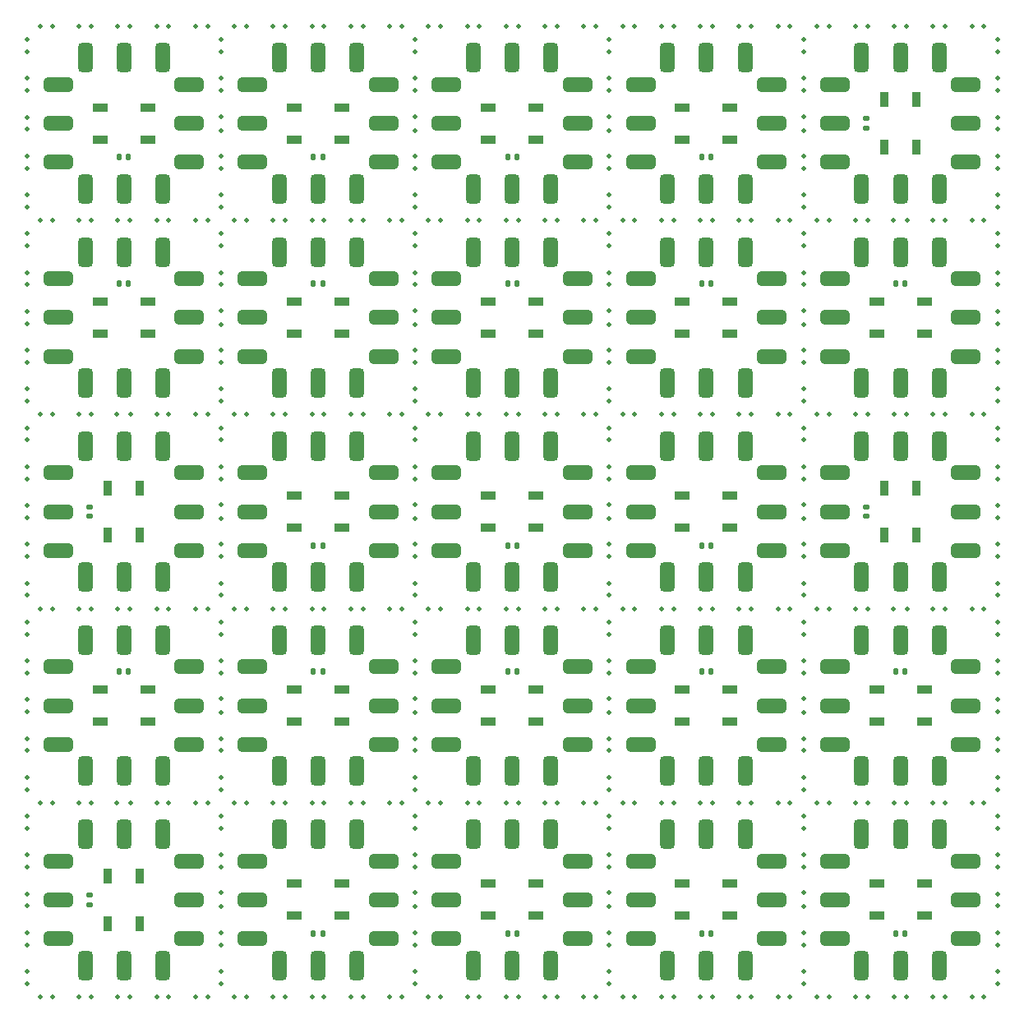
<source format=gbr>
%TF.GenerationSoftware,KiCad,Pcbnew,9.0.7*%
%TF.CreationDate,2026-02-12T20:02:34+01:00*%
%TF.ProjectId,PCB_Neopixel_rigid,5043425f-4e65-46f7-9069-78656c5f7269,rev?*%
%TF.SameCoordinates,Original*%
%TF.FileFunction,Soldermask,Top*%
%TF.FilePolarity,Negative*%
%FSLAX46Y46*%
G04 Gerber Fmt 4.6, Leading zero omitted, Abs format (unit mm)*
G04 Created by KiCad (PCBNEW 9.0.7) date 2026-02-12 20:02:34*
%MOMM*%
%LPD*%
G01*
G04 APERTURE LIST*
G04 Aperture macros list*
%AMRoundRect*
0 Rectangle with rounded corners*
0 $1 Rounding radius*
0 $2 $3 $4 $5 $6 $7 $8 $9 X,Y pos of 4 corners*
0 Add a 4 corners polygon primitive as box body*
4,1,4,$2,$3,$4,$5,$6,$7,$8,$9,$2,$3,0*
0 Add four circle primitives for the rounded corners*
1,1,$1+$1,$2,$3*
1,1,$1+$1,$4,$5*
1,1,$1+$1,$6,$7*
1,1,$1+$1,$8,$9*
0 Add four rect primitives between the rounded corners*
20,1,$1+$1,$2,$3,$4,$5,0*
20,1,$1+$1,$4,$5,$6,$7,0*
20,1,$1+$1,$6,$7,$8,$9,0*
20,1,$1+$1,$8,$9,$2,$3,0*%
G04 Aperture macros list end*
%ADD10RoundRect,0.375000X0.375000X1.125000X-0.375000X1.125000X-0.375000X-1.125000X0.375000X-1.125000X0*%
%ADD11RoundRect,0.140000X0.140000X0.170000X-0.140000X0.170000X-0.140000X-0.170000X0.140000X-0.170000X0*%
%ADD12RoundRect,0.375000X-1.125000X0.375000X-1.125000X-0.375000X1.125000X-0.375000X1.125000X0.375000X0*%
%ADD13RoundRect,0.090000X0.660000X0.360000X-0.660000X0.360000X-0.660000X-0.360000X0.660000X-0.360000X0*%
%ADD14RoundRect,0.375000X1.125000X-0.375000X1.125000X0.375000X-1.125000X0.375000X-1.125000X-0.375000X0*%
%ADD15RoundRect,0.090000X-0.660000X-0.360000X0.660000X-0.360000X0.660000X0.360000X-0.660000X0.360000X0*%
%ADD16RoundRect,0.375000X-0.375000X-1.125000X0.375000X-1.125000X0.375000X1.125000X-0.375000X1.125000X0*%
%ADD17RoundRect,0.140000X-0.140000X-0.170000X0.140000X-0.170000X0.140000X0.170000X-0.140000X0.170000X0*%
%ADD18RoundRect,0.140000X0.170000X-0.140000X0.170000X0.140000X-0.170000X0.140000X-0.170000X-0.140000X0*%
%ADD19RoundRect,0.090000X0.360000X-0.660000X0.360000X0.660000X-0.360000X0.660000X-0.360000X-0.660000X0*%
%ADD20C,0.500000*%
G04 APERTURE END LIST*
D10*
%TO.C,J904*%
X154999998Y-73250000D03*
%TD*%
D11*
%TO.C,C1401*%
X150520000Y-103500000D03*
X151480000Y-103500000D03*
%TD*%
D12*
%TO.C,J1010*%
X137750000Y-80000000D03*
%TD*%
D10*
%TO.C,J503*%
X175000000Y-66749999D03*
%TD*%
D12*
%TO.C,J1701*%
X197749998Y-116000000D03*
%TD*%
D13*
%TO.C,D501*%
X168550000Y-61650000D03*
X168550000Y-58350000D03*
X173450000Y-58350000D03*
X173450000Y-61650000D03*
%TD*%
D14*
%TO.C,J311*%
X137750000Y-60000000D03*
%TD*%
D12*
%TO.C,J1811*%
X164250000Y-120000000D03*
%TD*%
D15*
%TO.C,D901*%
X153450000Y-78350000D03*
X153450000Y-81650000D03*
X148550000Y-81650000D03*
X148550000Y-78350000D03*
%TD*%
D16*
%TO.C,J601*%
X187000000Y-53250001D03*
%TD*%
D17*
%TO.C,C1901*%
X151480000Y-116500000D03*
X150520000Y-116500000D03*
%TD*%
D12*
%TO.C,J1006*%
X124250000Y-76000002D03*
%TD*%
D11*
%TO.C,C401*%
X150520000Y-63500000D03*
X151480000Y-63500000D03*
%TD*%
D16*
%TO.C,J2507*%
X167000000Y-133250001D03*
%TD*%
D17*
%TO.C,C2001*%
X131480000Y-116500000D03*
X130520000Y-116500000D03*
%TD*%
D10*
%TO.C,J804*%
X174999998Y-73250000D03*
%TD*%
%TO.C,J1809*%
X171000000Y-113250000D03*
%TD*%
D14*
%TO.C,J1510*%
X164250000Y-100000000D03*
%TD*%
D12*
%TO.C,J710*%
X197750000Y-80000000D03*
%TD*%
D18*
%TO.C,C1601*%
X187500000Y-99520000D03*
X187500000Y-100480000D03*
%TD*%
D12*
%TO.C,J1002*%
X137749999Y-83999998D03*
%TD*%
%TO.C,J1906*%
X144250000Y-116000002D03*
%TD*%
D17*
%TO.C,C2101*%
X111480000Y-116500000D03*
X110520000Y-116500000D03*
%TD*%
D16*
%TO.C,J1903*%
X147000000Y-113250002D03*
%TD*%
%TO.C,J1509*%
X171000000Y-106750000D03*
%TD*%
D14*
%TO.C,J411*%
X157750000Y-60000000D03*
%TD*%
D12*
%TO.C,J2106*%
X104250000Y-116000002D03*
%TD*%
%TO.C,J2011*%
X124250000Y-120000000D03*
%TD*%
%TO.C,J906*%
X144250000Y-76000002D03*
%TD*%
D11*
%TO.C,C2501*%
X170520000Y-143500000D03*
X171480000Y-143500000D03*
%TD*%
D14*
%TO.C,J1502*%
X164250001Y-96000001D03*
%TD*%
D19*
%TO.C,D601*%
X189350000Y-57550000D03*
X192650000Y-57550000D03*
X192650000Y-62450000D03*
X189350000Y-62450000D03*
%TD*%
D17*
%TO.C,C1801*%
X171480000Y-116500000D03*
X170520000Y-116500000D03*
%TD*%
D12*
%TO.C,J1209*%
X104250000Y-100000000D03*
%TD*%
D16*
%TO.C,J504*%
X167000001Y-66750000D03*
%TD*%
D12*
%TO.C,J2207*%
X117749999Y-136000000D03*
%TD*%
D14*
%TO.C,J2203*%
X104250001Y-144000000D03*
%TD*%
D16*
%TO.C,J611*%
X191000000Y-66750000D03*
%TD*%
D12*
%TO.C,J1005*%
X124250002Y-84000000D03*
%TD*%
D10*
%TO.C,J2007*%
X135000000Y-126749998D03*
%TD*%
D12*
%TO.C,J2005*%
X124250002Y-124000000D03*
%TD*%
%TO.C,J801*%
X177749998Y-76000000D03*
%TD*%
D10*
%TO.C,J1907*%
X155000000Y-126749998D03*
%TD*%
D12*
%TO.C,J1705*%
X184250002Y-124000000D03*
%TD*%
D14*
%TO.C,J1603*%
X184250001Y-104000000D03*
%TD*%
D10*
%TO.C,J912*%
X151000000Y-86750000D03*
%TD*%
D15*
%TO.C,D701*%
X193450000Y-78350000D03*
X193450000Y-81650000D03*
X188550000Y-81650000D03*
X188550000Y-78350000D03*
%TD*%
D12*
%TO.C,J911*%
X144250000Y-80000000D03*
%TD*%
D14*
%TO.C,J1410*%
X144250000Y-100000000D03*
%TD*%
D10*
%TO.C,J1707*%
X195000000Y-126749998D03*
%TD*%
D15*
%TO.C,D1101*%
X113450000Y-78350000D03*
X113450000Y-81650000D03*
X108550000Y-81650000D03*
X108550000Y-78350000D03*
%TD*%
D10*
%TO.C,J1108*%
X107000002Y-86750000D03*
%TD*%
D16*
%TO.C,J308*%
X134999999Y-53250000D03*
%TD*%
%TO.C,J312*%
X131000000Y-53250000D03*
%TD*%
D14*
%TO.C,J1302*%
X124250001Y-96000001D03*
%TD*%
D12*
%TO.C,J1102*%
X117749999Y-83999998D03*
%TD*%
D16*
%TO.C,J1412*%
X151000000Y-93250000D03*
%TD*%
%TO.C,J208*%
X114999999Y-53250000D03*
%TD*%
%TO.C,J605*%
X195000000Y-66749999D03*
%TD*%
D12*
%TO.C,J1706*%
X184250000Y-116000002D03*
%TD*%
D16*
%TO.C,J407*%
X147000000Y-53250001D03*
%TD*%
D14*
%TO.C,J202*%
X104250001Y-56000001D03*
%TD*%
D16*
%TO.C,J606*%
X187000002Y-66750000D03*
%TD*%
D12*
%TO.C,J711*%
X184250000Y-80000000D03*
%TD*%
D14*
%TO.C,J211*%
X117750000Y-60000000D03*
%TD*%
D10*
%TO.C,J909*%
X151000000Y-73250000D03*
%TD*%
D13*
%TO.C,D301*%
X128550000Y-61650000D03*
X128550000Y-58350000D03*
X133450000Y-58350000D03*
X133450000Y-61650000D03*
%TD*%
D16*
%TO.C,J2312*%
X131000000Y-133250000D03*
%TD*%
D12*
%TO.C,J1805*%
X164250002Y-124000000D03*
%TD*%
%TO.C,J910*%
X157750000Y-80000000D03*
%TD*%
D16*
%TO.C,J1611*%
X191000000Y-106750000D03*
%TD*%
%TO.C,J2308*%
X134999999Y-133250000D03*
%TD*%
%TO.C,J1407*%
X147000000Y-93250001D03*
%TD*%
%TO.C,J1512*%
X171000000Y-93250000D03*
%TD*%
%TO.C,J508*%
X174999999Y-53250000D03*
%TD*%
D12*
%TO.C,J701*%
X197749998Y-76000000D03*
%TD*%
D16*
%TO.C,J1404*%
X147000001Y-106750000D03*
%TD*%
D10*
%TO.C,J704*%
X194999998Y-73250000D03*
%TD*%
D13*
%TO.C,D401*%
X148550000Y-61650000D03*
X148550000Y-58350000D03*
X153450000Y-58350000D03*
X153450000Y-61650000D03*
%TD*%
D18*
%TO.C,C1201*%
X107500000Y-99520000D03*
X107500000Y-100480000D03*
%TD*%
D14*
%TO.C,J2502*%
X164250001Y-136000001D03*
%TD*%
D16*
%TO.C,J1201*%
X107000000Y-93250001D03*
%TD*%
%TO.C,J2003*%
X127000000Y-113250002D03*
%TD*%
D14*
%TO.C,J2401*%
X144250001Y-144000000D03*
%TD*%
D10*
%TO.C,J1808*%
X167000002Y-126750000D03*
%TD*%
D16*
%TO.C,J408*%
X154999999Y-53250000D03*
%TD*%
D14*
%TO.C,J2605*%
X197749999Y-136000000D03*
%TD*%
D12*
%TO.C,J2002*%
X137749999Y-123999998D03*
%TD*%
D16*
%TO.C,J903*%
X147000000Y-73250002D03*
%TD*%
D19*
%TO.C,D2201*%
X109350000Y-137550000D03*
X112650000Y-137550000D03*
X112650000Y-142450000D03*
X109350000Y-142450000D03*
%TD*%
D12*
%TO.C,J802*%
X177749999Y-83999998D03*
%TD*%
D18*
%TO.C,C601*%
X187500000Y-59520000D03*
X187500000Y-60480000D03*
%TD*%
D14*
%TO.C,J206*%
X117750000Y-63999999D03*
%TD*%
D16*
%TO.C,J412*%
X151000000Y-53250000D03*
%TD*%
%TO.C,J2608*%
X194999999Y-133250000D03*
%TD*%
%TO.C,J1312*%
X131000000Y-93250000D03*
%TD*%
%TO.C,J304*%
X127000001Y-66750000D03*
%TD*%
%TO.C,J1409*%
X151000000Y-106750000D03*
%TD*%
%TO.C,J2412*%
X151000000Y-133250000D03*
%TD*%
D11*
%TO.C,C2301*%
X130520000Y-143500000D03*
X131480000Y-143500000D03*
%TD*%
D14*
%TO.C,J2310*%
X124250000Y-140000000D03*
%TD*%
D12*
%TO.C,J2111*%
X104250000Y-120000000D03*
%TD*%
D13*
%TO.C,D2601*%
X188550000Y-141650000D03*
X188550000Y-138350000D03*
X193450000Y-138350000D03*
X193450000Y-141650000D03*
%TD*%
D14*
%TO.C,J2302*%
X124250001Y-136000001D03*
%TD*%
%TO.C,J1301*%
X124250001Y-104000000D03*
%TD*%
D18*
%TO.C,C2201*%
X107500000Y-139520000D03*
X107500000Y-140480000D03*
%TD*%
D17*
%TO.C,C801*%
X171480000Y-76500000D03*
X170520000Y-76500000D03*
%TD*%
D14*
%TO.C,J305*%
X137749999Y-56000000D03*
%TD*%
D10*
%TO.C,J1008*%
X127000002Y-86750000D03*
%TD*%
D19*
%TO.C,D1601*%
X189350000Y-97550000D03*
X192650000Y-97550000D03*
X192650000Y-102450000D03*
X189350000Y-102450000D03*
%TD*%
D16*
%TO.C,J1504*%
X167000001Y-106750000D03*
%TD*%
D15*
%TO.C,D1001*%
X133450000Y-78350000D03*
X133450000Y-81650000D03*
X128550000Y-81650000D03*
X128550000Y-78350000D03*
%TD*%
D12*
%TO.C,J2209*%
X104250000Y-140000000D03*
%TD*%
D10*
%TO.C,J1012*%
X131000000Y-86750000D03*
%TD*%
%TO.C,J2109*%
X111000000Y-113250000D03*
%TD*%
D11*
%TO.C,C301*%
X130520000Y-63500000D03*
X131480000Y-63500000D03*
%TD*%
D12*
%TO.C,J1208*%
X117750000Y-103999998D03*
%TD*%
D16*
%TO.C,J2103*%
X107000000Y-113250002D03*
%TD*%
%TO.C,J2508*%
X174999999Y-133250000D03*
%TD*%
%TO.C,J207*%
X107000000Y-53250001D03*
%TD*%
%TO.C,J2211*%
X111000000Y-146750000D03*
%TD*%
D10*
%TO.C,J1112*%
X111000000Y-86750000D03*
%TD*%
%TO.C,J1403*%
X155000000Y-106749999D03*
%TD*%
D13*
%TO.C,D1301*%
X128550000Y-101650000D03*
X128550000Y-98350000D03*
X133450000Y-98350000D03*
X133450000Y-101650000D03*
%TD*%
D14*
%TO.C,J1311*%
X137750000Y-100000000D03*
%TD*%
D10*
%TO.C,J907*%
X155000000Y-86749998D03*
%TD*%
D15*
%TO.C,D2101*%
X113450000Y-118350000D03*
X113450000Y-121650000D03*
X108550000Y-121650000D03*
X108550000Y-118350000D03*
%TD*%
D14*
%TO.C,J2501*%
X164250001Y-144000000D03*
%TD*%
D16*
%TO.C,J409*%
X151000000Y-66750000D03*
%TD*%
%TO.C,J1307*%
X127000000Y-93250001D03*
%TD*%
D14*
%TO.C,J505*%
X177749999Y-56000000D03*
%TD*%
D16*
%TO.C,J512*%
X171000000Y-53250000D03*
%TD*%
%TO.C,J1605*%
X195000000Y-106749999D03*
%TD*%
%TO.C,J1206*%
X107000002Y-106750000D03*
%TD*%
D14*
%TO.C,J1411*%
X157750000Y-100000000D03*
%TD*%
%TO.C,J1401*%
X144250001Y-104000000D03*
%TD*%
D10*
%TO.C,J1812*%
X171000000Y-126750000D03*
%TD*%
D16*
%TO.C,J1507*%
X167000000Y-93250001D03*
%TD*%
D12*
%TO.C,J1111*%
X104250000Y-80000000D03*
%TD*%
D14*
%TO.C,J2410*%
X144250000Y-140000000D03*
%TD*%
D10*
%TO.C,J812*%
X171000000Y-86750000D03*
%TD*%
D12*
%TO.C,J2105*%
X104250002Y-124000000D03*
%TD*%
D16*
%TO.C,J1308*%
X134999999Y-93250000D03*
%TD*%
%TO.C,J803*%
X167000000Y-73250002D03*
%TD*%
D10*
%TO.C,J2008*%
X127000002Y-126750000D03*
%TD*%
D16*
%TO.C,J1210*%
X111000000Y-93250000D03*
%TD*%
D10*
%TO.C,J908*%
X147000002Y-86750000D03*
%TD*%
D14*
%TO.C,J2311*%
X137750000Y-140000000D03*
%TD*%
D16*
%TO.C,J2210*%
X111000000Y-133250000D03*
%TD*%
%TO.C,J212*%
X111000000Y-53250000D03*
%TD*%
D12*
%TO.C,J1101*%
X117749998Y-76000000D03*
%TD*%
%TO.C,J1802*%
X177749999Y-123999998D03*
%TD*%
D16*
%TO.C,J509*%
X171000000Y-66750000D03*
%TD*%
D12*
%TO.C,J604*%
X184250000Y-56000002D03*
%TD*%
D10*
%TO.C,J708*%
X187000002Y-86750000D03*
%TD*%
D12*
%TO.C,J1901*%
X157749998Y-116000000D03*
%TD*%
D16*
%TO.C,J1408*%
X154999999Y-93250000D03*
%TD*%
D12*
%TO.C,J1207*%
X117749999Y-96000000D03*
%TD*%
%TO.C,J1106*%
X104250000Y-76000002D03*
%TD*%
D10*
%TO.C,J1704*%
X194999998Y-113250000D03*
%TD*%
D19*
%TO.C,D1201*%
X109350000Y-97550000D03*
X112650000Y-97550000D03*
X112650000Y-102450000D03*
X109350000Y-102450000D03*
%TD*%
D14*
%TO.C,J510*%
X164250000Y-60000000D03*
%TD*%
D15*
%TO.C,D1701*%
X193450000Y-118350000D03*
X193450000Y-121650000D03*
X188550000Y-121650000D03*
X188550000Y-118350000D03*
%TD*%
D16*
%TO.C,J2612*%
X191000000Y-133250000D03*
%TD*%
D12*
%TO.C,J1212*%
X117750000Y-100000000D03*
%TD*%
D16*
%TO.C,J2206*%
X107000002Y-146750000D03*
%TD*%
D12*
%TO.C,J1710*%
X197750000Y-120000000D03*
%TD*%
D10*
%TO.C,J2012*%
X131000000Y-126750000D03*
%TD*%
D16*
%TO.C,J307*%
X127000000Y-53250001D03*
%TD*%
D12*
%TO.C,J2208*%
X117750000Y-143999998D03*
%TD*%
D14*
%TO.C,J2405*%
X157749999Y-136000000D03*
%TD*%
D10*
%TO.C,J1708*%
X187000002Y-126750000D03*
%TD*%
D16*
%TO.C,J2201*%
X107000000Y-133250001D03*
%TD*%
D12*
%TO.C,J2101*%
X117749998Y-116000000D03*
%TD*%
D10*
%TO.C,J1912*%
X151000000Y-126750000D03*
%TD*%
D12*
%TO.C,J806*%
X164250000Y-76000002D03*
%TD*%
D16*
%TO.C,J2409*%
X151000000Y-146750000D03*
%TD*%
D14*
%TO.C,J406*%
X157750000Y-63999999D03*
%TD*%
D12*
%TO.C,J705*%
X184250002Y-84000000D03*
%TD*%
D16*
%TO.C,J1606*%
X187000002Y-106750000D03*
%TD*%
D14*
%TO.C,J1405*%
X157749999Y-96000000D03*
%TD*%
D12*
%TO.C,J1011*%
X124250000Y-80000000D03*
%TD*%
D11*
%TO.C,C201*%
X110520000Y-63500000D03*
X111480000Y-63500000D03*
%TD*%
D16*
%TO.C,J2304*%
X127000001Y-146750000D03*
%TD*%
D10*
%TO.C,J808*%
X167000002Y-86750000D03*
%TD*%
D12*
%TO.C,J1911*%
X144250000Y-120000000D03*
%TD*%
D14*
%TO.C,J2606*%
X197750000Y-143999999D03*
%TD*%
D17*
%TO.C,C1701*%
X191480000Y-116500000D03*
X190520000Y-116500000D03*
%TD*%
D14*
%TO.C,J1310*%
X124250000Y-100000000D03*
%TD*%
D16*
%TO.C,J2512*%
X171000000Y-133250000D03*
%TD*%
%TO.C,J2609*%
X191000000Y-146750000D03*
%TD*%
D14*
%TO.C,J501*%
X164250001Y-64000000D03*
%TD*%
D16*
%TO.C,J2607*%
X187000000Y-133250001D03*
%TD*%
D10*
%TO.C,J2107*%
X115000000Y-126749998D03*
%TD*%
D11*
%TO.C,C2401*%
X150520000Y-143500000D03*
X151480000Y-143500000D03*
%TD*%
D14*
%TO.C,J603*%
X184250001Y-64000000D03*
%TD*%
D10*
%TO.C,J2004*%
X134999998Y-113250000D03*
%TD*%
%TO.C,J1009*%
X131000000Y-73250000D03*
%TD*%
D11*
%TO.C,C501*%
X170520000Y-63500000D03*
X171480000Y-63500000D03*
%TD*%
D14*
%TO.C,J2306*%
X137750000Y-143999999D03*
%TD*%
D12*
%TO.C,J2204*%
X104250000Y-136000002D03*
%TD*%
D14*
%TO.C,J302*%
X124250001Y-56000001D03*
%TD*%
D10*
%TO.C,J2403*%
X155000000Y-146749999D03*
%TD*%
%TO.C,J709*%
X191000000Y-73250000D03*
%TD*%
D14*
%TO.C,J2611*%
X197750000Y-140000000D03*
%TD*%
D12*
%TO.C,J905*%
X144250002Y-84000000D03*
%TD*%
%TO.C,J901*%
X157749998Y-76000000D03*
%TD*%
D11*
%TO.C,C1501*%
X170520000Y-103500000D03*
X171480000Y-103500000D03*
%TD*%
D14*
%TO.C,J1305*%
X137749999Y-96000000D03*
%TD*%
D16*
%TO.C,J2504*%
X167000001Y-146750000D03*
%TD*%
D12*
%TO.C,J706*%
X184250000Y-76000002D03*
%TD*%
D13*
%TO.C,D1501*%
X168550000Y-101650000D03*
X168550000Y-98350000D03*
X173450000Y-98350000D03*
X173450000Y-101650000D03*
%TD*%
D10*
%TO.C,J2303*%
X135000000Y-146749999D03*
%TD*%
D14*
%TO.C,J1306*%
X137750000Y-103999999D03*
%TD*%
D12*
%TO.C,J702*%
X197749999Y-83999998D03*
%TD*%
D14*
%TO.C,J210*%
X104250000Y-60000000D03*
%TD*%
D15*
%TO.C,D801*%
X173450000Y-78350000D03*
X173450000Y-81650000D03*
X168550000Y-81650000D03*
X168550000Y-78350000D03*
%TD*%
D10*
%TO.C,J2503*%
X175000000Y-146749999D03*
%TD*%
D16*
%TO.C,J507*%
X167000000Y-53250001D03*
%TD*%
%TO.C,J2404*%
X147000001Y-146750000D03*
%TD*%
D12*
%TO.C,J1810*%
X177750000Y-120000000D03*
%TD*%
D16*
%TO.C,J2202*%
X114999998Y-133250001D03*
%TD*%
%TO.C,J703*%
X187000000Y-73250002D03*
%TD*%
D10*
%TO.C,J2603*%
X195000000Y-146749999D03*
%TD*%
D16*
%TO.C,J2407*%
X147000000Y-133250001D03*
%TD*%
D10*
%TO.C,J1503*%
X175000000Y-106749999D03*
%TD*%
%TO.C,J807*%
X175000000Y-86749998D03*
%TD*%
D12*
%TO.C,J2212*%
X117750000Y-140000000D03*
%TD*%
D10*
%TO.C,J1107*%
X115000000Y-86749998D03*
%TD*%
D12*
%TO.C,J607*%
X197749999Y-56000000D03*
%TD*%
D14*
%TO.C,J301*%
X124250001Y-64000000D03*
%TD*%
D17*
%TO.C,C701*%
X191480000Y-76500000D03*
X190520000Y-76500000D03*
%TD*%
D10*
%TO.C,J809*%
X171000000Y-73250000D03*
%TD*%
D16*
%TO.C,J2307*%
X127000000Y-133250001D03*
%TD*%
D12*
%TO.C,J1001*%
X137749998Y-76000000D03*
%TD*%
D16*
%TO.C,J204*%
X107000001Y-66750000D03*
%TD*%
D10*
%TO.C,J707*%
X195000000Y-86749998D03*
%TD*%
%TO.C,J1908*%
X147000002Y-126750000D03*
%TD*%
D12*
%TO.C,J1612*%
X197750000Y-100000000D03*
%TD*%
D16*
%TO.C,J1803*%
X167000000Y-113250002D03*
%TD*%
D14*
%TO.C,J1501*%
X164250001Y-104000000D03*
%TD*%
%TO.C,J1402*%
X144250001Y-96000001D03*
%TD*%
D10*
%TO.C,J1004*%
X134999998Y-73250000D03*
%TD*%
D14*
%TO.C,J2406*%
X157750000Y-143999999D03*
%TD*%
D10*
%TO.C,J303*%
X135000000Y-66749999D03*
%TD*%
D16*
%TO.C,J1003*%
X127000000Y-73250002D03*
%TD*%
D14*
%TO.C,J2301*%
X124250001Y-144000000D03*
%TD*%
D12*
%TO.C,J2110*%
X117750000Y-120000000D03*
%TD*%
D17*
%TO.C,C1101*%
X111480000Y-76500000D03*
X110520000Y-76500000D03*
%TD*%
D11*
%TO.C,C1301*%
X130520000Y-103500000D03*
X131480000Y-103500000D03*
%TD*%
D10*
%TO.C,J1804*%
X174999998Y-113250000D03*
%TD*%
D14*
%TO.C,J405*%
X157749999Y-56000000D03*
%TD*%
D16*
%TO.C,J2509*%
X171000000Y-146750000D03*
%TD*%
D10*
%TO.C,J403*%
X155000000Y-66749999D03*
%TD*%
D14*
%TO.C,J2402*%
X144250001Y-136000001D03*
%TD*%
D10*
%TO.C,J2112*%
X111000000Y-126750000D03*
%TD*%
%TO.C,J1712*%
X191000000Y-126750000D03*
%TD*%
D14*
%TO.C,J2305*%
X137749999Y-136000000D03*
%TD*%
D12*
%TO.C,J2102*%
X117749999Y-123999998D03*
%TD*%
D17*
%TO.C,C901*%
X151480000Y-76500000D03*
X150520000Y-76500000D03*
%TD*%
D12*
%TO.C,J1204*%
X104250000Y-96000002D03*
%TD*%
%TO.C,J1604*%
X184250000Y-96000002D03*
%TD*%
D14*
%TO.C,J1506*%
X177750000Y-103999999D03*
%TD*%
D15*
%TO.C,D1801*%
X173450000Y-118350000D03*
X173450000Y-121650000D03*
X168550000Y-121650000D03*
X168550000Y-118350000D03*
%TD*%
D12*
%TO.C,J2006*%
X124250000Y-116000002D03*
%TD*%
D14*
%TO.C,J2511*%
X177750000Y-140000000D03*
%TD*%
D10*
%TO.C,J2108*%
X107000002Y-126750000D03*
%TD*%
D12*
%TO.C,J1607*%
X197749999Y-96000000D03*
%TD*%
%TO.C,J1608*%
X197750000Y-103999998D03*
%TD*%
D10*
%TO.C,J1904*%
X154999998Y-113250000D03*
%TD*%
D14*
%TO.C,J205*%
X117749999Y-56000000D03*
%TD*%
D12*
%TO.C,J1910*%
X157750000Y-120000000D03*
%TD*%
D10*
%TO.C,J1104*%
X114999998Y-73250000D03*
%TD*%
D16*
%TO.C,J1103*%
X107000000Y-73250002D03*
%TD*%
D12*
%TO.C,J1902*%
X157749999Y-123999998D03*
%TD*%
D14*
%TO.C,J2602*%
X184250001Y-136000001D03*
%TD*%
%TO.C,J401*%
X144250001Y-64000000D03*
%TD*%
D10*
%TO.C,J1909*%
X151000000Y-113250000D03*
%TD*%
D14*
%TO.C,J2505*%
X177749999Y-136000000D03*
%TD*%
%TO.C,J201*%
X104250001Y-64000000D03*
%TD*%
D10*
%TO.C,J2009*%
X131000000Y-113250000D03*
%TD*%
D12*
%TO.C,J1905*%
X144250002Y-124000000D03*
%TD*%
D14*
%TO.C,J506*%
X177750000Y-63999999D03*
%TD*%
D16*
%TO.C,J610*%
X191000000Y-53250000D03*
%TD*%
D13*
%TO.C,D201*%
X108550000Y-61650000D03*
X108550000Y-58350000D03*
X113450000Y-58350000D03*
X113450000Y-61650000D03*
%TD*%
%TO.C,D2301*%
X128550000Y-141650000D03*
X128550000Y-138350000D03*
X133450000Y-138350000D03*
X133450000Y-141650000D03*
%TD*%
D14*
%TO.C,J402*%
X144250001Y-56000001D03*
%TD*%
D12*
%TO.C,J609*%
X184250000Y-60000000D03*
%TD*%
D16*
%TO.C,J1508*%
X174999999Y-93250000D03*
%TD*%
%TO.C,J309*%
X131000000Y-66750000D03*
%TD*%
%TO.C,J1610*%
X191000000Y-93250000D03*
%TD*%
%TO.C,J1602*%
X194999998Y-93250001D03*
%TD*%
D14*
%TO.C,J1203*%
X104250001Y-104000000D03*
%TD*%
D12*
%TO.C,J1806*%
X164250000Y-116000002D03*
%TD*%
D14*
%TO.C,J2506*%
X177750000Y-143999999D03*
%TD*%
%TO.C,J511*%
X177750000Y-60000000D03*
%TD*%
D16*
%TO.C,J404*%
X147000001Y-66750000D03*
%TD*%
D17*
%TO.C,C1001*%
X131480000Y-76500000D03*
X130520000Y-76500000D03*
%TD*%
D14*
%TO.C,J310*%
X124250000Y-60000000D03*
%TD*%
D12*
%TO.C,J811*%
X164250000Y-80000000D03*
%TD*%
%TO.C,J1110*%
X117750000Y-80000000D03*
%TD*%
%TO.C,J805*%
X164250002Y-84000000D03*
%TD*%
%TO.C,J608*%
X197750000Y-63999998D03*
%TD*%
D10*
%TO.C,J712*%
X191000000Y-86750000D03*
%TD*%
D16*
%TO.C,J1202*%
X114999998Y-93250001D03*
%TD*%
%TO.C,J1703*%
X187000000Y-113250002D03*
%TD*%
D12*
%TO.C,J1702*%
X197749999Y-123999998D03*
%TD*%
D14*
%TO.C,J410*%
X144250000Y-60000000D03*
%TD*%
D12*
%TO.C,J902*%
X157749999Y-83999998D03*
%TD*%
%TO.C,J1711*%
X184250000Y-120000000D03*
%TD*%
D14*
%TO.C,J2411*%
X157750000Y-140000000D03*
%TD*%
D16*
%TO.C,J2604*%
X187000001Y-146750000D03*
%TD*%
D14*
%TO.C,J2601*%
X184250001Y-144000000D03*
%TD*%
D12*
%TO.C,J1801*%
X177749998Y-116000000D03*
%TD*%
D16*
%TO.C,J1304*%
X127000001Y-106750000D03*
%TD*%
D14*
%TO.C,J1511*%
X177750000Y-100000000D03*
%TD*%
D12*
%TO.C,J2001*%
X137749998Y-116000000D03*
%TD*%
D14*
%TO.C,J306*%
X137750000Y-63999999D03*
%TD*%
D16*
%TO.C,J602*%
X194999998Y-53250001D03*
%TD*%
D10*
%TO.C,J2104*%
X114999998Y-113250000D03*
%TD*%
D14*
%TO.C,J502*%
X164250001Y-56000001D03*
%TD*%
D10*
%TO.C,J1109*%
X111000000Y-73250000D03*
%TD*%
D16*
%TO.C,J209*%
X111000000Y-66750000D03*
%TD*%
D10*
%TO.C,J1709*%
X191000000Y-113250000D03*
%TD*%
D13*
%TO.C,D1401*%
X148550000Y-101650000D03*
X148550000Y-98350000D03*
X153450000Y-98350000D03*
X153450000Y-101650000D03*
%TD*%
D11*
%TO.C,C2601*%
X190520000Y-143500000D03*
X191480000Y-143500000D03*
%TD*%
D14*
%TO.C,J2510*%
X164250000Y-140000000D03*
%TD*%
D12*
%TO.C,J2010*%
X137750000Y-120000000D03*
%TD*%
D16*
%TO.C,J1205*%
X115000000Y-106749999D03*
%TD*%
D14*
%TO.C,J1406*%
X157750000Y-103999999D03*
%TD*%
D10*
%TO.C,J1303*%
X135000000Y-106749999D03*
%TD*%
D16*
%TO.C,J1309*%
X131000000Y-106750000D03*
%TD*%
%TO.C,J1601*%
X187000000Y-93250001D03*
%TD*%
D12*
%TO.C,J810*%
X177750000Y-80000000D03*
%TD*%
D14*
%TO.C,J1505*%
X177749999Y-96000000D03*
%TD*%
D16*
%TO.C,J2205*%
X115000000Y-146749999D03*
%TD*%
%TO.C,J2408*%
X154999999Y-133250000D03*
%TD*%
D10*
%TO.C,J1007*%
X135000000Y-86749998D03*
%TD*%
D15*
%TO.C,D2001*%
X133450000Y-118350000D03*
X133450000Y-121650000D03*
X128550000Y-121650000D03*
X128550000Y-118350000D03*
%TD*%
D10*
%TO.C,J1807*%
X175000000Y-126749998D03*
%TD*%
D13*
%TO.C,D2501*%
X168550000Y-141650000D03*
X168550000Y-138350000D03*
X173450000Y-138350000D03*
X173450000Y-141650000D03*
%TD*%
D12*
%TO.C,J612*%
X197750000Y-60000000D03*
%TD*%
D13*
%TO.C,D2401*%
X148550000Y-141650000D03*
X148550000Y-138350000D03*
X153450000Y-138350000D03*
X153450000Y-141650000D03*
%TD*%
D16*
%TO.C,J1211*%
X111000000Y-106750000D03*
%TD*%
D10*
%TO.C,J203*%
X115000000Y-66749999D03*
%TD*%
D14*
%TO.C,J2610*%
X184250000Y-140000000D03*
%TD*%
D12*
%TO.C,J1609*%
X184250000Y-100000000D03*
%TD*%
%TO.C,J1105*%
X104250002Y-84000000D03*
%TD*%
D15*
%TO.C,D1901*%
X153450000Y-118350000D03*
X153450000Y-121650000D03*
X148550000Y-121650000D03*
X148550000Y-118350000D03*
%TD*%
D16*
%TO.C,J2309*%
X131000000Y-146750000D03*
%TD*%
D20*
%TO.C,REF\u002A\u002A*%
X121000000Y-60720000D03*
%TD*%
%TO.C,REF\u002A\u002A*%
X121000000Y-59280000D03*
%TD*%
%TO.C,REF\u002A\u002A1*%
X141000000Y-60720000D03*
%TD*%
%TO.C,REF\u002A\u002A2*%
X141000000Y-59280000D03*
%TD*%
%TO.C,REF\u002A\u002A3*%
X161000000Y-60720000D03*
%TD*%
%TO.C,REF\u002A\u002A4*%
X161000000Y-59280000D03*
%TD*%
%TO.C,REF\u002A\u002A5*%
X181000000Y-60720000D03*
%TD*%
%TO.C,REF\u002A\u002A6*%
X181000000Y-59280000D03*
%TD*%
%TO.C,REF\u002A\u002A9*%
X121000000Y-80720000D03*
%TD*%
%TO.C,REF\u002A\u002A10*%
X121000000Y-79280000D03*
%TD*%
%TO.C,REF\u002A\u002A11*%
X141000000Y-80720000D03*
%TD*%
%TO.C,REF\u002A\u002A12*%
X141000000Y-79280000D03*
%TD*%
%TO.C,REF\u002A\u002A13*%
X161000000Y-80720000D03*
%TD*%
%TO.C,REF\u002A\u002A14*%
X161000000Y-79280000D03*
%TD*%
%TO.C,REF\u002A\u002A15*%
X181000000Y-80720000D03*
%TD*%
%TO.C,REF\u002A\u002A16*%
X181000000Y-79280000D03*
%TD*%
%TO.C,REF\u002A\u002A19*%
X121000000Y-100720000D03*
%TD*%
%TO.C,REF\u002A\u002A20*%
X121000000Y-99280000D03*
%TD*%
%TO.C,REF\u002A\u002A21*%
X141000000Y-100720000D03*
%TD*%
%TO.C,REF\u002A\u002A22*%
X141000000Y-99280000D03*
%TD*%
%TO.C,REF\u002A\u002A23*%
X161000000Y-100720000D03*
%TD*%
%TO.C,REF\u002A\u002A24*%
X161000000Y-99280000D03*
%TD*%
%TO.C,REF\u002A\u002A25*%
X181000000Y-100720000D03*
%TD*%
%TO.C,REF\u002A\u002A26*%
X181000000Y-99280000D03*
%TD*%
%TO.C,REF\u002A\u002A29*%
X121000000Y-120720000D03*
%TD*%
%TO.C,REF\u002A\u002A30*%
X121000000Y-119280000D03*
%TD*%
%TO.C,REF\u002A\u002A31*%
X141000000Y-120720000D03*
%TD*%
%TO.C,REF\u002A\u002A32*%
X141000000Y-119280000D03*
%TD*%
%TO.C,REF\u002A\u002A33*%
X161000000Y-120720000D03*
%TD*%
%TO.C,REF\u002A\u002A34*%
X161000000Y-119280000D03*
%TD*%
%TO.C,REF\u002A\u002A35*%
X181000000Y-120720000D03*
%TD*%
%TO.C,REF\u002A\u002A36*%
X181000000Y-119280000D03*
%TD*%
%TO.C,REF\u002A\u002A39*%
X121000000Y-140720000D03*
%TD*%
%TO.C,REF\u002A\u002A40*%
X121000000Y-139280000D03*
%TD*%
%TO.C,REF\u002A\u002A41*%
X141000000Y-140720000D03*
%TD*%
%TO.C,REF\u002A\u002A42*%
X141000000Y-139280000D03*
%TD*%
%TO.C,REF\u002A\u002A43*%
X161000000Y-140720000D03*
%TD*%
%TO.C,REF\u002A\u002A44*%
X161000000Y-139280000D03*
%TD*%
%TO.C,REF\u002A\u002A45*%
X181000000Y-140720000D03*
%TD*%
%TO.C,REF\u002A\u002A46*%
X181000000Y-139280000D03*
%TD*%
%TO.C,REF\u002A\u002A*%
X158375000Y-110000000D03*
%TD*%
%TO.C,REF\u002A\u002A*%
X159625000Y-110000000D03*
%TD*%
%TO.C,REF\u002A\u002A*%
X154375000Y-110000000D03*
%TD*%
%TO.C,REF\u002A\u002A*%
X155625000Y-110000000D03*
%TD*%
%TO.C,REF\u002A\u002A*%
X150375000Y-110000000D03*
%TD*%
%TO.C,REF\u002A\u002A*%
X151625000Y-110000000D03*
%TD*%
%TO.C,REF\u002A\u002A*%
X143625000Y-110000000D03*
%TD*%
%TO.C,REF\u002A\u002A*%
X142375000Y-110000000D03*
%TD*%
%TO.C,REF\u002A\u002A*%
X139625000Y-110000000D03*
%TD*%
%TO.C,REF\u002A\u002A*%
X138375000Y-110000000D03*
%TD*%
%TO.C,REF\u002A\u002A*%
X146375000Y-110000000D03*
%TD*%
%TO.C,REF\u002A\u002A*%
X147625000Y-110000000D03*
%TD*%
%TO.C,REF\u002A\u002A*%
X119625000Y-110000000D03*
%TD*%
%TO.C,REF\u002A\u002A*%
X118375000Y-110000000D03*
%TD*%
%TO.C,REF\u002A\u002A*%
X115625000Y-110000000D03*
%TD*%
%TO.C,REF\u002A\u002A*%
X114375000Y-110000000D03*
%TD*%
%TO.C,REF\u002A\u002A*%
X131625000Y-110000000D03*
%TD*%
%TO.C,REF\u002A\u002A*%
X130375000Y-110000000D03*
%TD*%
%TO.C,REF\u002A\u002A*%
X127625000Y-110000000D03*
%TD*%
%TO.C,REF\u002A\u002A*%
X126375000Y-110000000D03*
%TD*%
%TO.C,REF\u002A\u002A*%
X123625000Y-110000000D03*
%TD*%
%TO.C,REF\u002A\u002A*%
X122375000Y-110000000D03*
%TD*%
%TO.C,REF\u002A\u002A*%
X134375000Y-110000000D03*
%TD*%
%TO.C,REF\u002A\u002A*%
X135625000Y-110000000D03*
%TD*%
%TO.C,REF\u002A\u002A*%
X106375000Y-110000000D03*
%TD*%
%TO.C,REF\u002A\u002A*%
X107625000Y-110000000D03*
%TD*%
%TO.C,REF\u002A\u002A*%
X103625000Y-110000000D03*
%TD*%
%TO.C,REF\u002A\u002A*%
X102375000Y-110000000D03*
%TD*%
%TO.C,REF\u002A\u002A*%
X111625000Y-110000000D03*
%TD*%
%TO.C,REF\u002A\u002A*%
X110375000Y-110000000D03*
%TD*%
%TO.C,REF\u002A\u002A*%
X163625000Y-110000000D03*
%TD*%
%TO.C,REF\u002A\u002A*%
X162375000Y-110000000D03*
%TD*%
%TO.C,REF\u002A\u002A*%
X175625000Y-110000000D03*
%TD*%
%TO.C,REF\u002A\u002A*%
X174375000Y-110000000D03*
%TD*%
%TO.C,REF\u002A\u002A*%
X171625000Y-110000000D03*
%TD*%
%TO.C,REF\u002A\u002A*%
X170375000Y-110000000D03*
%TD*%
%TO.C,REF\u002A\u002A*%
X167625000Y-110000000D03*
%TD*%
%TO.C,REF\u002A\u002A*%
X166375000Y-110000000D03*
%TD*%
%TO.C,REF\u002A\u002A*%
X178375000Y-110000000D03*
%TD*%
%TO.C,REF\u002A\u002A*%
X179625000Y-110000000D03*
%TD*%
%TO.C,REF\u002A\u002A*%
X183625000Y-110000000D03*
%TD*%
%TO.C,REF\u002A\u002A*%
X182375000Y-110000000D03*
%TD*%
%TO.C,REF\u002A\u002A*%
X195625000Y-110000000D03*
%TD*%
%TO.C,REF\u002A\u002A*%
X194375000Y-110000000D03*
%TD*%
%TO.C,REF\u002A\u002A*%
X187625000Y-110000000D03*
%TD*%
%TO.C,REF\u002A\u002A*%
X186375000Y-110000000D03*
%TD*%
%TO.C,REF\u002A\u002A*%
X198375000Y-110000000D03*
%TD*%
%TO.C,REF\u002A\u002A*%
X199625000Y-110000000D03*
%TD*%
%TO.C,REF\u002A\u002A*%
X183625000Y-130000000D03*
%TD*%
%TO.C,REF\u002A\u002A*%
X182375000Y-130000000D03*
%TD*%
%TO.C,REF\u002A\u002A*%
X195625000Y-130000000D03*
%TD*%
%TO.C,REF\u002A\u002A*%
X194375000Y-130000000D03*
%TD*%
%TO.C,REF\u002A\u002A*%
X163625000Y-130000000D03*
%TD*%
%TO.C,REF\u002A\u002A*%
X162375000Y-130000000D03*
%TD*%
%TO.C,REF\u002A\u002A*%
X175625000Y-130000000D03*
%TD*%
%TO.C,REF\u002A\u002A*%
X174375000Y-130000000D03*
%TD*%
%TO.C,REF\u002A\u002A*%
X143625000Y-130000000D03*
%TD*%
%TO.C,REF\u002A\u002A*%
X142375000Y-130000000D03*
%TD*%
%TO.C,REF\u002A\u002A*%
X139625000Y-130000000D03*
%TD*%
%TO.C,REF\u002A\u002A*%
X138375000Y-130000000D03*
%TD*%
%TO.C,REF\u002A\u002A*%
X118375000Y-130000000D03*
%TD*%
%TO.C,REF\u002A\u002A*%
X119625000Y-130000000D03*
%TD*%
%TO.C,REF\u002A\u002A*%
X115625000Y-130000000D03*
%TD*%
%TO.C,REF\u002A\u002A*%
X114375000Y-130000000D03*
%TD*%
%TO.C,REF\u002A\u002A*%
X131625000Y-130000000D03*
%TD*%
%TO.C,REF\u002A\u002A*%
X130375000Y-130000000D03*
%TD*%
%TO.C,REF\u002A\u002A*%
X106375000Y-130000000D03*
%TD*%
%TO.C,REF\u002A\u002A*%
X107625000Y-130000000D03*
%TD*%
%TO.C,REF\u002A\u002A*%
X103625000Y-130000000D03*
%TD*%
%TO.C,REF\u002A\u002A*%
X102375000Y-130000000D03*
%TD*%
%TO.C,REF\u002A\u002A*%
X155625000Y-130000000D03*
%TD*%
%TO.C,REF\u002A\u002A*%
X154375000Y-130000000D03*
%TD*%
%TO.C,REF\u002A\u002A*%
X190375000Y-130000000D03*
%TD*%
%TO.C,REF\u002A\u002A*%
X191625000Y-130000000D03*
%TD*%
%TO.C,REF\u002A\u002A*%
X199625000Y-130000000D03*
%TD*%
%TO.C,REF\u002A\u002A*%
X198375000Y-130000000D03*
%TD*%
%TO.C,REF\u002A\u002A*%
X187625000Y-130000000D03*
%TD*%
%TO.C,REF\u002A\u002A*%
X186375000Y-130000000D03*
%TD*%
%TO.C,REF\u002A\u002A*%
X151625000Y-130000000D03*
%TD*%
%TO.C,REF\u002A\u002A*%
X150375000Y-130000000D03*
%TD*%
%TO.C,REF\u002A\u002A*%
X147625000Y-130000000D03*
%TD*%
%TO.C,REF\u002A\u002A*%
X146375000Y-130000000D03*
%TD*%
%TO.C,REF\u002A\u002A*%
X111700000Y-130000000D03*
%TD*%
%TO.C,REF\u002A\u002A*%
X110300000Y-130000000D03*
%TD*%
%TO.C,REF\u002A\u002A*%
X170375000Y-130000000D03*
%TD*%
%TO.C,REF\u002A\u002A*%
X171625000Y-130000000D03*
%TD*%
%TO.C,REF\u002A\u002A*%
X179625000Y-130000000D03*
%TD*%
%TO.C,REF\u002A\u002A*%
X178375000Y-130000000D03*
%TD*%
%TO.C,REF\u002A\u002A*%
X167625000Y-130000000D03*
%TD*%
%TO.C,REF\u002A\u002A*%
X166375000Y-130000000D03*
%TD*%
%TO.C,REF\u002A\u002A*%
X126375000Y-130000000D03*
%TD*%
%TO.C,REF\u002A\u002A*%
X127625000Y-130000000D03*
%TD*%
%TO.C,REF\u002A\u002A*%
X123625000Y-130000000D03*
%TD*%
%TO.C,REF\u002A\u002A*%
X122375000Y-130000000D03*
%TD*%
%TO.C,REF\u002A\u002A*%
X135625000Y-130000000D03*
%TD*%
%TO.C,REF\u002A\u002A*%
X134375000Y-130000000D03*
%TD*%
%TO.C,REF\u002A\u002A*%
X158375000Y-130000000D03*
%TD*%
%TO.C,REF\u002A\u002A*%
X159625000Y-130000000D03*
%TD*%
%TO.C,REF\u002A\u002A*%
X183625000Y-150025000D03*
%TD*%
%TO.C,REF\u002A\u002A*%
X182375000Y-150025000D03*
%TD*%
%TO.C,REF\u002A\u002A*%
X195625000Y-150025000D03*
%TD*%
%TO.C,REF\u002A\u002A*%
X194375000Y-150025000D03*
%TD*%
%TO.C,REF\u002A\u002A*%
X163625000Y-150025000D03*
%TD*%
%TO.C,REF\u002A\u002A*%
X162375000Y-150025000D03*
%TD*%
%TO.C,REF\u002A\u002A*%
X175625000Y-150025000D03*
%TD*%
%TO.C,REF\u002A\u002A*%
X174375000Y-150025000D03*
%TD*%
%TO.C,REF\u002A\u002A*%
X143625000Y-150025000D03*
%TD*%
%TO.C,REF\u002A\u002A*%
X142375000Y-150025000D03*
%TD*%
%TO.C,REF\u002A\u002A*%
X139625000Y-150025000D03*
%TD*%
%TO.C,REF\u002A\u002A*%
X138375000Y-150025000D03*
%TD*%
%TO.C,REF\u002A\u002A*%
X118375000Y-150025000D03*
%TD*%
%TO.C,REF\u002A\u002A*%
X119625000Y-150025000D03*
%TD*%
%TO.C,REF\u002A\u002A*%
X115625000Y-150025000D03*
%TD*%
%TO.C,REF\u002A\u002A*%
X114375000Y-150025000D03*
%TD*%
%TO.C,REF\u002A\u002A*%
X131625000Y-150025000D03*
%TD*%
%TO.C,REF\u002A\u002A*%
X130375000Y-150025000D03*
%TD*%
%TO.C,REF\u002A\u002A*%
X106375000Y-150025000D03*
%TD*%
%TO.C,REF\u002A\u002A*%
X107625000Y-150025000D03*
%TD*%
%TO.C,REF\u002A\u002A*%
X103625000Y-150025000D03*
%TD*%
%TO.C,REF\u002A\u002A*%
X102375000Y-150025000D03*
%TD*%
%TO.C,REF\u002A\u002A*%
X155625000Y-150025000D03*
%TD*%
%TO.C,REF\u002A\u002A*%
X154375000Y-150025000D03*
%TD*%
%TO.C,REF\u002A\u002A*%
X190375000Y-150025000D03*
%TD*%
%TO.C,REF\u002A\u002A*%
X191625000Y-150025000D03*
%TD*%
%TO.C,REF\u002A\u002A*%
X199625000Y-150025000D03*
%TD*%
%TO.C,REF\u002A\u002A*%
X198375000Y-150025000D03*
%TD*%
%TO.C,REF\u002A\u002A*%
X187625000Y-150025000D03*
%TD*%
%TO.C,REF\u002A\u002A*%
X186375000Y-150025000D03*
%TD*%
%TO.C,REF\u002A\u002A*%
X151625000Y-150025000D03*
%TD*%
%TO.C,REF\u002A\u002A*%
X150375000Y-150025000D03*
%TD*%
%TO.C,REF\u002A\u002A*%
X147625000Y-150025000D03*
%TD*%
%TO.C,REF\u002A\u002A*%
X146375000Y-150025000D03*
%TD*%
%TO.C,REF\u002A\u002A*%
X111625000Y-150025000D03*
%TD*%
%TO.C,REF\u002A\u002A*%
X110375000Y-150025000D03*
%TD*%
%TO.C,REF\u002A\u002A*%
X170375000Y-150025000D03*
%TD*%
%TO.C,REF\u002A\u002A*%
X171625000Y-150025000D03*
%TD*%
%TO.C,REF\u002A\u002A*%
X179625000Y-150025000D03*
%TD*%
%TO.C,REF\u002A\u002A*%
X178375000Y-150025000D03*
%TD*%
%TO.C,REF\u002A\u002A*%
X167625000Y-150025000D03*
%TD*%
%TO.C,REF\u002A\u002A*%
X166375000Y-150025000D03*
%TD*%
%TO.C,REF\u002A\u002A*%
X126375000Y-150025000D03*
%TD*%
%TO.C,REF\u002A\u002A*%
X127625000Y-150025000D03*
%TD*%
%TO.C,REF\u002A\u002A*%
X123625000Y-150025000D03*
%TD*%
%TO.C,REF\u002A\u002A*%
X122375000Y-150025000D03*
%TD*%
%TO.C,REF\u002A\u002A*%
X135625000Y-150025000D03*
%TD*%
%TO.C,REF\u002A\u002A*%
X134375000Y-150025000D03*
%TD*%
%TO.C,REF\u002A\u002A*%
X158375000Y-150025000D03*
%TD*%
%TO.C,REF\u002A\u002A*%
X159625000Y-150025000D03*
%TD*%
%TO.C,REF\u002A\u002A*%
X101000000Y-67375000D03*
%TD*%
%TO.C,REF\u002A\u002A*%
X101000000Y-68625001D03*
%TD*%
%TO.C,REF\u002A\u002A*%
X101000000Y-55375000D03*
%TD*%
%TO.C,REF\u002A\u002A*%
X101000000Y-56625000D03*
%TD*%
%TO.C,REF\u002A\u002A*%
X101000000Y-87375000D03*
%TD*%
%TO.C,REF\u002A\u002A*%
X101000000Y-88625000D03*
%TD*%
%TO.C,REF\u002A\u002A*%
X101000000Y-75375000D03*
%TD*%
%TO.C,REF\u002A\u002A*%
X101000000Y-76625000D03*
%TD*%
%TO.C,REF\u002A\u002A*%
X101000000Y-107375000D03*
%TD*%
%TO.C,REF\u002A\u002A*%
X101000000Y-108625000D03*
%TD*%
%TO.C,REF\u002A\u002A*%
X101000000Y-111374999D03*
%TD*%
%TO.C,REF\u002A\u002A*%
X101000000Y-112625000D03*
%TD*%
%TO.C,REF\u002A\u002A*%
X101000000Y-132625001D03*
%TD*%
%TO.C,REF\u002A\u002A*%
X101000000Y-131375000D03*
%TD*%
%TO.C,REF\u002A\u002A*%
X101000000Y-135375000D03*
%TD*%
%TO.C,REF\u002A\u002A*%
X101000000Y-136625001D03*
%TD*%
%TO.C,REF\u002A\u002A*%
X101000000Y-119375000D03*
%TD*%
%TO.C,REF\u002A\u002A*%
X101000000Y-120625000D03*
%TD*%
%TO.C,REF\u002A\u002A*%
X101000000Y-144625000D03*
%TD*%
%TO.C,REF\u002A\u002A*%
X101000000Y-143374999D03*
%TD*%
%TO.C,REF\u002A\u002A*%
X101000000Y-147375001D03*
%TD*%
%TO.C,REF\u002A\u002A*%
X101000000Y-148625000D03*
%TD*%
%TO.C,REF\u002A\u002A*%
X101000000Y-95375000D03*
%TD*%
%TO.C,REF\u002A\u002A*%
X101000000Y-96624999D03*
%TD*%
%TO.C,REF\u002A\u002A*%
X101000000Y-60625000D03*
%TD*%
%TO.C,REF\u002A\u002A*%
X101000000Y-59375000D03*
%TD*%
%TO.C,REF\u002A\u002A*%
X101000000Y-51375001D03*
%TD*%
%TO.C,REF\u002A\u002A*%
X101000000Y-52625000D03*
%TD*%
%TO.C,REF\u002A\u002A*%
X101000000Y-63375000D03*
%TD*%
%TO.C,REF\u002A\u002A*%
X101000000Y-64624999D03*
%TD*%
%TO.C,REF\u002A\u002A*%
X101000000Y-99375000D03*
%TD*%
%TO.C,REF\u002A\u002A*%
X101000000Y-100625001D03*
%TD*%
%TO.C,REF\u002A\u002A*%
X101000000Y-103375000D03*
%TD*%
%TO.C,REF\u002A\u002A*%
X101000000Y-104625001D03*
%TD*%
%TO.C,REF\u002A\u002A*%
X101000000Y-139375000D03*
%TD*%
%TO.C,REF\u002A\u002A*%
X101000000Y-140625000D03*
%TD*%
%TO.C,REF\u002A\u002A*%
X101000000Y-80625000D03*
%TD*%
%TO.C,REF\u002A\u002A*%
X101000000Y-79374999D03*
%TD*%
%TO.C,REF\u002A\u002A*%
X101000000Y-71375000D03*
%TD*%
%TO.C,REF\u002A\u002A*%
X101000000Y-72625001D03*
%TD*%
%TO.C,REF\u002A\u002A*%
X101000000Y-83375001D03*
%TD*%
%TO.C,REF\u002A\u002A*%
X101000000Y-84625000D03*
%TD*%
%TO.C,REF\u002A\u002A*%
X101000000Y-124625000D03*
%TD*%
%TO.C,REF\u002A\u002A*%
X101000000Y-123375000D03*
%TD*%
%TO.C,REF\u002A\u002A*%
X101000000Y-127375000D03*
%TD*%
%TO.C,REF\u002A\u002A*%
X101000000Y-128624999D03*
%TD*%
%TO.C,REF\u002A\u002A*%
X101000000Y-115375001D03*
%TD*%
%TO.C,REF\u002A\u002A*%
X101000000Y-116625000D03*
%TD*%
%TO.C,REF\u002A\u002A*%
X101000000Y-92625000D03*
%TD*%
%TO.C,REF\u002A\u002A*%
X101000000Y-91375000D03*
%TD*%
%TO.C,REF\u002A\u002A*%
X183625000Y-50025000D03*
%TD*%
%TO.C,REF\u002A\u002A*%
X182375000Y-50025000D03*
%TD*%
%TO.C,REF\u002A\u002A*%
X195625000Y-50025000D03*
%TD*%
%TO.C,REF\u002A\u002A*%
X194375000Y-50025000D03*
%TD*%
%TO.C,REF\u002A\u002A*%
X163625000Y-50025000D03*
%TD*%
%TO.C,REF\u002A\u002A*%
X162375000Y-50025000D03*
%TD*%
%TO.C,REF\u002A\u002A*%
X175625000Y-50025000D03*
%TD*%
%TO.C,REF\u002A\u002A*%
X174375000Y-50025000D03*
%TD*%
%TO.C,REF\u002A\u002A*%
X143625000Y-50025000D03*
%TD*%
%TO.C,REF\u002A\u002A*%
X142375000Y-50025000D03*
%TD*%
%TO.C,REF\u002A\u002A*%
X139625000Y-50025000D03*
%TD*%
%TO.C,REF\u002A\u002A*%
X138375000Y-50025000D03*
%TD*%
%TO.C,REF\u002A\u002A*%
X118375000Y-50025000D03*
%TD*%
%TO.C,REF\u002A\u002A*%
X119625000Y-50025000D03*
%TD*%
%TO.C,REF\u002A\u002A*%
X115625000Y-50025000D03*
%TD*%
%TO.C,REF\u002A\u002A*%
X114375000Y-50025000D03*
%TD*%
%TO.C,REF\u002A\u002A*%
X131625000Y-50025000D03*
%TD*%
%TO.C,REF\u002A\u002A*%
X130375000Y-50025000D03*
%TD*%
%TO.C,REF\u002A\u002A*%
X106375000Y-50025000D03*
%TD*%
%TO.C,REF\u002A\u002A*%
X107625000Y-50025000D03*
%TD*%
%TO.C,REF\u002A\u002A*%
X103625000Y-50025000D03*
%TD*%
%TO.C,REF\u002A\u002A*%
X102375000Y-50025000D03*
%TD*%
%TO.C,REF\u002A\u002A*%
X155625000Y-50025000D03*
%TD*%
%TO.C,REF\u002A\u002A*%
X154375000Y-50025000D03*
%TD*%
%TO.C,REF\u002A\u002A*%
X190375000Y-50025000D03*
%TD*%
%TO.C,REF\u002A\u002A*%
X191625000Y-50025000D03*
%TD*%
%TO.C,REF\u002A\u002A*%
X199625000Y-50025000D03*
%TD*%
%TO.C,REF\u002A\u002A*%
X198375000Y-50025000D03*
%TD*%
%TO.C,REF\u002A\u002A*%
X187625000Y-50025000D03*
%TD*%
%TO.C,REF\u002A\u002A*%
X186375000Y-50025000D03*
%TD*%
%TO.C,REF\u002A\u002A*%
X151625000Y-50025000D03*
%TD*%
%TO.C,REF\u002A\u002A*%
X150375000Y-50025000D03*
%TD*%
%TO.C,REF\u002A\u002A*%
X147625000Y-50025000D03*
%TD*%
%TO.C,REF\u002A\u002A*%
X146375000Y-50025000D03*
%TD*%
%TO.C,REF\u002A\u002A*%
X111625000Y-50025000D03*
%TD*%
%TO.C,REF\u002A\u002A*%
X110375000Y-50025000D03*
%TD*%
%TO.C,REF\u002A\u002A*%
X170375000Y-50025000D03*
%TD*%
%TO.C,REF\u002A\u002A*%
X171625000Y-50025000D03*
%TD*%
%TO.C,REF\u002A\u002A*%
X179625000Y-50025000D03*
%TD*%
%TO.C,REF\u002A\u002A*%
X178375000Y-50025000D03*
%TD*%
%TO.C,REF\u002A\u002A*%
X167625000Y-50025000D03*
%TD*%
%TO.C,REF\u002A\u002A*%
X166375000Y-50025000D03*
%TD*%
%TO.C,REF\u002A\u002A*%
X126375000Y-50025000D03*
%TD*%
%TO.C,REF\u002A\u002A*%
X127625000Y-50025000D03*
%TD*%
%TO.C,REF\u002A\u002A*%
X123625000Y-50025000D03*
%TD*%
%TO.C,REF\u002A\u002A*%
X122375000Y-50025000D03*
%TD*%
%TO.C,REF\u002A\u002A*%
X135625000Y-50025000D03*
%TD*%
%TO.C,REF\u002A\u002A*%
X134375000Y-50025000D03*
%TD*%
%TO.C,REF\u002A\u002A*%
X158375000Y-50025000D03*
%TD*%
%TO.C,REF\u002A\u002A*%
X159625000Y-50025000D03*
%TD*%
%TO.C,REF\u002A\u002A*%
X183625000Y-90000000D03*
%TD*%
%TO.C,REF\u002A\u002A*%
X182375000Y-90000000D03*
%TD*%
%TO.C,REF\u002A\u002A*%
X195625000Y-90000000D03*
%TD*%
%TO.C,REF\u002A\u002A*%
X194375000Y-90000000D03*
%TD*%
%TO.C,REF\u002A\u002A*%
X163625000Y-90000000D03*
%TD*%
%TO.C,REF\u002A\u002A*%
X162375000Y-90000000D03*
%TD*%
%TO.C,REF\u002A\u002A*%
X175625000Y-90000000D03*
%TD*%
%TO.C,REF\u002A\u002A*%
X174375000Y-90000000D03*
%TD*%
%TO.C,REF\u002A\u002A*%
X143625000Y-90000000D03*
%TD*%
%TO.C,REF\u002A\u002A*%
X142375000Y-90000000D03*
%TD*%
%TO.C,REF\u002A\u002A*%
X139625000Y-90000000D03*
%TD*%
%TO.C,REF\u002A\u002A*%
X138375000Y-90000000D03*
%TD*%
%TO.C,REF\u002A\u002A*%
X118375000Y-90000000D03*
%TD*%
%TO.C,REF\u002A\u002A*%
X119625000Y-90000000D03*
%TD*%
%TO.C,REF\u002A\u002A*%
X115625000Y-90000000D03*
%TD*%
%TO.C,REF\u002A\u002A*%
X114375000Y-90000000D03*
%TD*%
%TO.C,REF\u002A\u002A*%
X131625000Y-90000000D03*
%TD*%
%TO.C,REF\u002A\u002A*%
X130375000Y-90000000D03*
%TD*%
%TO.C,REF\u002A\u002A*%
X106375000Y-90000000D03*
%TD*%
%TO.C,REF\u002A\u002A*%
X107625000Y-90000000D03*
%TD*%
%TO.C,REF\u002A\u002A*%
X103625000Y-90000000D03*
%TD*%
%TO.C,REF\u002A\u002A*%
X102375000Y-90000000D03*
%TD*%
%TO.C,REF\u002A\u002A*%
X155625000Y-90000000D03*
%TD*%
%TO.C,REF\u002A\u002A*%
X154375000Y-90000000D03*
%TD*%
%TO.C,REF\u002A\u002A*%
X190375000Y-90000000D03*
%TD*%
%TO.C,REF\u002A\u002A*%
X191625000Y-90000000D03*
%TD*%
%TO.C,REF\u002A\u002A*%
X199625000Y-90000000D03*
%TD*%
%TO.C,REF\u002A\u002A*%
X198375000Y-90000000D03*
%TD*%
%TO.C,REF\u002A\u002A*%
X187625000Y-90000000D03*
%TD*%
%TO.C,REF\u002A\u002A*%
X186375000Y-90000000D03*
%TD*%
%TO.C,REF\u002A\u002A*%
X151625000Y-90000000D03*
%TD*%
%TO.C,REF\u002A\u002A*%
X150375000Y-90000000D03*
%TD*%
%TO.C,REF\u002A\u002A*%
X147625000Y-90000000D03*
%TD*%
%TO.C,REF\u002A\u002A*%
X146375000Y-90000000D03*
%TD*%
%TO.C,REF\u002A\u002A*%
X111700000Y-90000000D03*
%TD*%
%TO.C,REF\u002A\u002A*%
X110300000Y-90000000D03*
%TD*%
%TO.C,REF\u002A\u002A*%
X170375000Y-90000000D03*
%TD*%
%TO.C,REF\u002A\u002A*%
X171625000Y-90000000D03*
%TD*%
%TO.C,REF\u002A\u002A*%
X179625000Y-90000000D03*
%TD*%
%TO.C,REF\u002A\u002A*%
X178375000Y-90000000D03*
%TD*%
%TO.C,REF\u002A\u002A*%
X167625000Y-90000000D03*
%TD*%
%TO.C,REF\u002A\u002A*%
X166375000Y-90000000D03*
%TD*%
%TO.C,REF\u002A\u002A*%
X126375000Y-90000000D03*
%TD*%
%TO.C,REF\u002A\u002A*%
X127625000Y-90000000D03*
%TD*%
%TO.C,REF\u002A\u002A*%
X123625000Y-90000000D03*
%TD*%
%TO.C,REF\u002A\u002A*%
X122375000Y-90000000D03*
%TD*%
%TO.C,REF\u002A\u002A*%
X135625000Y-90000000D03*
%TD*%
%TO.C,REF\u002A\u002A*%
X134375000Y-90000000D03*
%TD*%
%TO.C,REF\u002A\u002A*%
X158375000Y-90000000D03*
%TD*%
%TO.C,REF\u002A\u002A*%
X159625000Y-90000000D03*
%TD*%
%TO.C,REF\u002A\u002A*%
X183625000Y-70000000D03*
%TD*%
%TO.C,REF\u002A\u002A*%
X182375000Y-70000000D03*
%TD*%
%TO.C,REF\u002A\u002A*%
X195625000Y-70000000D03*
%TD*%
%TO.C,REF\u002A\u002A*%
X194375000Y-70000000D03*
%TD*%
%TO.C,REF\u002A\u002A*%
X163625000Y-70000000D03*
%TD*%
%TO.C,REF\u002A\u002A*%
X162375000Y-70000000D03*
%TD*%
%TO.C,REF\u002A\u002A*%
X175625000Y-70000000D03*
%TD*%
%TO.C,REF\u002A\u002A*%
X174375000Y-70000000D03*
%TD*%
%TO.C,REF\u002A\u002A*%
X143625000Y-70000000D03*
%TD*%
%TO.C,REF\u002A\u002A*%
X142375000Y-70000000D03*
%TD*%
%TO.C,REF\u002A\u002A*%
X139625000Y-70000000D03*
%TD*%
%TO.C,REF\u002A\u002A*%
X138375000Y-70000000D03*
%TD*%
%TO.C,REF\u002A\u002A*%
X118375000Y-70000000D03*
%TD*%
%TO.C,REF\u002A\u002A*%
X119625000Y-70000000D03*
%TD*%
%TO.C,REF\u002A\u002A*%
X115625000Y-70000000D03*
%TD*%
%TO.C,REF\u002A\u002A*%
X114375000Y-70000000D03*
%TD*%
%TO.C,REF\u002A\u002A*%
X131625000Y-70000000D03*
%TD*%
%TO.C,REF\u002A\u002A*%
X130375000Y-70000000D03*
%TD*%
%TO.C,REF\u002A\u002A*%
X106375000Y-70000000D03*
%TD*%
%TO.C,REF\u002A\u002A*%
X107625000Y-70000000D03*
%TD*%
%TO.C,REF\u002A\u002A*%
X103625000Y-70000000D03*
%TD*%
%TO.C,REF\u002A\u002A*%
X102375000Y-70000000D03*
%TD*%
%TO.C,REF\u002A\u002A*%
X155625000Y-70000000D03*
%TD*%
%TO.C,REF\u002A\u002A*%
X154375000Y-70000000D03*
%TD*%
%TO.C,REF\u002A\u002A*%
X190300000Y-70000000D03*
%TD*%
%TO.C,REF\u002A\u002A*%
X191700000Y-70000000D03*
%TD*%
%TO.C,REF\u002A\u002A*%
X199625000Y-70000000D03*
%TD*%
%TO.C,REF\u002A\u002A*%
X198375000Y-70000000D03*
%TD*%
%TO.C,REF\u002A\u002A*%
X187625000Y-70000000D03*
%TD*%
%TO.C,REF\u002A\u002A*%
X186375000Y-70000000D03*
%TD*%
%TO.C,REF\u002A\u002A*%
X151625000Y-70000000D03*
%TD*%
%TO.C,REF\u002A\u002A*%
X150375000Y-70000000D03*
%TD*%
%TO.C,REF\u002A\u002A*%
X147625000Y-70000000D03*
%TD*%
%TO.C,REF\u002A\u002A*%
X146375000Y-70000000D03*
%TD*%
%TO.C,REF\u002A\u002A*%
X111625000Y-70000000D03*
%TD*%
%TO.C,REF\u002A\u002A*%
X110375000Y-70000000D03*
%TD*%
%TO.C,REF\u002A\u002A*%
X170375000Y-70000000D03*
%TD*%
%TO.C,REF\u002A\u002A*%
X171625000Y-70000000D03*
%TD*%
%TO.C,REF\u002A\u002A*%
X179625000Y-70000000D03*
%TD*%
%TO.C,REF\u002A\u002A*%
X178375000Y-70000000D03*
%TD*%
%TO.C,REF\u002A\u002A*%
X167625000Y-70000000D03*
%TD*%
%TO.C,REF\u002A\u002A*%
X166375000Y-70000000D03*
%TD*%
%TO.C,REF\u002A\u002A*%
X126375000Y-70000000D03*
%TD*%
%TO.C,REF\u002A\u002A*%
X127625000Y-70000000D03*
%TD*%
%TO.C,REF\u002A\u002A*%
X123625000Y-70000000D03*
%TD*%
%TO.C,REF\u002A\u002A*%
X122375000Y-70000000D03*
%TD*%
%TO.C,REF\u002A\u002A*%
X135625000Y-70000000D03*
%TD*%
%TO.C,REF\u002A\u002A*%
X134375000Y-70000000D03*
%TD*%
%TO.C,REF\u002A\u002A*%
X158375000Y-70000000D03*
%TD*%
%TO.C,REF\u002A\u002A*%
X159625000Y-70000000D03*
%TD*%
%TO.C,REF\u002A\u002A*%
X201000000Y-67375000D03*
%TD*%
%TO.C,REF\u002A\u002A*%
X201000000Y-68625001D03*
%TD*%
%TO.C,REF\u002A\u002A*%
X201000000Y-55375000D03*
%TD*%
%TO.C,REF\u002A\u002A*%
X201000000Y-56625000D03*
%TD*%
%TO.C,REF\u002A\u002A*%
X201000000Y-87375000D03*
%TD*%
%TO.C,REF\u002A\u002A*%
X201000000Y-88625000D03*
%TD*%
%TO.C,REF\u002A\u002A*%
X201000000Y-75375000D03*
%TD*%
%TO.C,REF\u002A\u002A*%
X201000000Y-76625000D03*
%TD*%
%TO.C,REF\u002A\u002A*%
X201000000Y-107375000D03*
%TD*%
%TO.C,REF\u002A\u002A*%
X201000000Y-108625000D03*
%TD*%
%TO.C,REF\u002A\u002A*%
X201000000Y-111374999D03*
%TD*%
%TO.C,REF\u002A\u002A*%
X201000000Y-112625000D03*
%TD*%
%TO.C,REF\u002A\u002A*%
X201000000Y-132625001D03*
%TD*%
%TO.C,REF\u002A\u002A*%
X201000000Y-131375000D03*
%TD*%
%TO.C,REF\u002A\u002A*%
X201000000Y-135375000D03*
%TD*%
%TO.C,REF\u002A\u002A*%
X201000000Y-136625001D03*
%TD*%
%TO.C,REF\u002A\u002A*%
X201000000Y-119375000D03*
%TD*%
%TO.C,REF\u002A\u002A*%
X201000000Y-120625000D03*
%TD*%
%TO.C,REF\u002A\u002A*%
X201000000Y-144625000D03*
%TD*%
%TO.C,REF\u002A\u002A*%
X201000000Y-143374999D03*
%TD*%
%TO.C,REF\u002A\u002A*%
X201000000Y-147375001D03*
%TD*%
%TO.C,REF\u002A\u002A*%
X201000000Y-148625000D03*
%TD*%
%TO.C,REF\u002A\u002A*%
X201000000Y-95375000D03*
%TD*%
%TO.C,REF\u002A\u002A*%
X201000000Y-96624999D03*
%TD*%
%TO.C,REF\u002A\u002A*%
X201000000Y-60625000D03*
%TD*%
%TO.C,REF\u002A\u002A*%
X201000000Y-59375000D03*
%TD*%
%TO.C,REF\u002A\u002A*%
X201000000Y-51375001D03*
%TD*%
%TO.C,REF\u002A\u002A*%
X201000000Y-52625000D03*
%TD*%
%TO.C,REF\u002A\u002A*%
X201000000Y-63375000D03*
%TD*%
%TO.C,REF\u002A\u002A*%
X201000000Y-64624999D03*
%TD*%
%TO.C,REF\u002A\u002A*%
X201000000Y-99375000D03*
%TD*%
%TO.C,REF\u002A\u002A*%
X201000000Y-100625001D03*
%TD*%
%TO.C,REF\u002A\u002A*%
X201000000Y-103375000D03*
%TD*%
%TO.C,REF\u002A\u002A*%
X201000000Y-104625001D03*
%TD*%
%TO.C,REF\u002A\u002A*%
X201000000Y-139375000D03*
%TD*%
%TO.C,REF\u002A\u002A*%
X201000000Y-140625000D03*
%TD*%
%TO.C,REF\u002A\u002A*%
X201000000Y-80625000D03*
%TD*%
%TO.C,REF\u002A\u002A*%
X201000000Y-79374999D03*
%TD*%
%TO.C,REF\u002A\u002A*%
X201000000Y-71375000D03*
%TD*%
%TO.C,REF\u002A\u002A*%
X201000000Y-72625001D03*
%TD*%
%TO.C,REF\u002A\u002A*%
X201000000Y-83375001D03*
%TD*%
%TO.C,REF\u002A\u002A*%
X201000000Y-84625000D03*
%TD*%
%TO.C,REF\u002A\u002A*%
X201000000Y-124625000D03*
%TD*%
%TO.C,REF\u002A\u002A*%
X201000000Y-123375000D03*
%TD*%
%TO.C,REF\u002A\u002A*%
X201000000Y-127375000D03*
%TD*%
%TO.C,REF\u002A\u002A*%
X201000000Y-128624999D03*
%TD*%
%TO.C,REF\u002A\u002A*%
X201000000Y-115375001D03*
%TD*%
%TO.C,REF\u002A\u002A*%
X201000000Y-116625000D03*
%TD*%
%TO.C,REF\u002A\u002A*%
X201000000Y-92625000D03*
%TD*%
%TO.C,REF\u002A\u002A*%
X201000000Y-91375000D03*
%TD*%
%TO.C,REF\u002A\u002A*%
X121000000Y-67375000D03*
%TD*%
%TO.C,REF\u002A\u002A*%
X121000000Y-68625000D03*
%TD*%
%TO.C,REF\u002A\u002A*%
X121000000Y-63375000D03*
%TD*%
%TO.C,REF\u002A\u002A*%
X121000000Y-64625001D03*
%TD*%
%TO.C,REF\u002A\u002A*%
X121000000Y-56625000D03*
%TD*%
%TO.C,REF\u002A\u002A*%
X121000000Y-55375000D03*
%TD*%
%TO.C,REF\u002A\u002A*%
X121000000Y-51375000D03*
%TD*%
%TO.C,REF\u002A\u002A*%
X121000000Y-52625001D03*
%TD*%
%TO.C,REF\u002A\u002A*%
X141000000Y-55375000D03*
%TD*%
%TO.C,REF\u002A\u002A*%
X141000000Y-56625000D03*
%TD*%
%TO.C,REF\u002A\u002A*%
X141000000Y-68625000D03*
%TD*%
%TO.C,REF\u002A\u002A*%
X141000000Y-67375000D03*
%TD*%
%TO.C,REF\u002A\u002A*%
X141000000Y-63375000D03*
%TD*%
%TO.C,REF\u002A\u002A*%
X141000000Y-64625001D03*
%TD*%
%TO.C,REF\u002A\u002A*%
X141000000Y-52625001D03*
%TD*%
%TO.C,REF\u002A\u002A*%
X141000000Y-51375000D03*
%TD*%
%TO.C,REF\u002A\u002A*%
X161000000Y-55375000D03*
%TD*%
%TO.C,REF\u002A\u002A*%
X161000000Y-56625000D03*
%TD*%
%TO.C,REF\u002A\u002A*%
X161000000Y-68625000D03*
%TD*%
%TO.C,REF\u002A\u002A*%
X161000000Y-67375000D03*
%TD*%
%TO.C,REF\u002A\u002A*%
X161000000Y-63375000D03*
%TD*%
%TO.C,REF\u002A\u002A*%
X161000000Y-64625001D03*
%TD*%
%TO.C,REF\u002A\u002A*%
X161000000Y-52625001D03*
%TD*%
%TO.C,REF\u002A\u002A*%
X161000000Y-51375000D03*
%TD*%
%TO.C,REF\u002A\u002A*%
X181000000Y-55375000D03*
%TD*%
%TO.C,REF\u002A\u002A*%
X181000000Y-56625000D03*
%TD*%
%TO.C,REF\u002A\u002A*%
X181000000Y-68625000D03*
%TD*%
%TO.C,REF\u002A\u002A*%
X181000000Y-67375000D03*
%TD*%
%TO.C,REF\u002A\u002A*%
X181000000Y-63375000D03*
%TD*%
%TO.C,REF\u002A\u002A*%
X181000000Y-64625001D03*
%TD*%
%TO.C,REF\u002A\u002A*%
X181000000Y-52625001D03*
%TD*%
%TO.C,REF\u002A\u002A*%
X181000000Y-51375000D03*
%TD*%
%TO.C,REF\u002A\u002A*%
X181000000Y-75375000D03*
%TD*%
%TO.C,REF\u002A\u002A*%
X181000000Y-76625000D03*
%TD*%
%TO.C,REF\u002A\u002A*%
X181000000Y-88625000D03*
%TD*%
%TO.C,REF\u002A\u002A*%
X181000000Y-87375000D03*
%TD*%
%TO.C,REF\u002A\u002A*%
X181000000Y-83375000D03*
%TD*%
%TO.C,REF\u002A\u002A*%
X181000000Y-84625001D03*
%TD*%
%TO.C,REF\u002A\u002A*%
X181000000Y-72625001D03*
%TD*%
%TO.C,REF\u002A\u002A*%
X181000000Y-71375000D03*
%TD*%
%TO.C,REF\u002A\u002A*%
X161000000Y-75375000D03*
%TD*%
%TO.C,REF\u002A\u002A*%
X161000000Y-76625000D03*
%TD*%
%TO.C,REF\u002A\u002A*%
X161000000Y-88625000D03*
%TD*%
%TO.C,REF\u002A\u002A*%
X161000000Y-87375000D03*
%TD*%
%TO.C,REF\u002A\u002A*%
X161000000Y-83375000D03*
%TD*%
%TO.C,REF\u002A\u002A*%
X161000000Y-84625001D03*
%TD*%
%TO.C,REF\u002A\u002A*%
X161000000Y-72625001D03*
%TD*%
%TO.C,REF\u002A\u002A*%
X161000000Y-71375000D03*
%TD*%
%TO.C,REF\u002A\u002A*%
X141000000Y-75375000D03*
%TD*%
%TO.C,REF\u002A\u002A*%
X141000000Y-76625000D03*
%TD*%
%TO.C,REF\u002A\u002A*%
X141000000Y-88625000D03*
%TD*%
%TO.C,REF\u002A\u002A*%
X141000000Y-87375000D03*
%TD*%
%TO.C,REF\u002A\u002A*%
X121000000Y-75375000D03*
%TD*%
%TO.C,REF\u002A\u002A*%
X121000000Y-76625000D03*
%TD*%
%TO.C,REF\u002A\u002A*%
X121000000Y-88625000D03*
%TD*%
%TO.C,REF\u002A\u002A*%
X121000000Y-87375000D03*
%TD*%
%TO.C,REF\u002A\u002A*%
X121000000Y-71375000D03*
%TD*%
%TO.C,REF\u002A\u002A*%
X121000000Y-72625001D03*
%TD*%
%TO.C,REF\u002A\u002A*%
X121000000Y-84625001D03*
%TD*%
%TO.C,REF\u002A\u002A*%
X121000000Y-83375000D03*
%TD*%
%TO.C,REF\u002A\u002A*%
X141000000Y-71375000D03*
%TD*%
%TO.C,REF\u002A\u002A*%
X141000000Y-72625001D03*
%TD*%
%TO.C,REF\u002A\u002A*%
X141000000Y-84625001D03*
%TD*%
%TO.C,REF\u002A\u002A*%
X141000000Y-83375000D03*
%TD*%
%TO.C,REF\u002A\u002A*%
X181000000Y-95375000D03*
%TD*%
%TO.C,REF\u002A\u002A*%
X181000000Y-96625000D03*
%TD*%
%TO.C,REF\u002A\u002A*%
X181000000Y-108625000D03*
%TD*%
%TO.C,REF\u002A\u002A*%
X181000000Y-107375000D03*
%TD*%
%TO.C,REF\u002A\u002A*%
X161000000Y-95375000D03*
%TD*%
%TO.C,REF\u002A\u002A*%
X161000000Y-96625000D03*
%TD*%
%TO.C,REF\u002A\u002A*%
X161000000Y-108625000D03*
%TD*%
%TO.C,REF\u002A\u002A*%
X161000000Y-107375000D03*
%TD*%
%TO.C,REF\u002A\u002A*%
X141000000Y-96625000D03*
%TD*%
%TO.C,REF\u002A\u002A*%
X141000000Y-95375000D03*
%TD*%
%TO.C,REF\u002A\u002A*%
X141000000Y-108625000D03*
%TD*%
%TO.C,REF\u002A\u002A*%
X141000000Y-107375000D03*
%TD*%
%TO.C,REF\u002A\u002A*%
X121000000Y-95375000D03*
%TD*%
%TO.C,REF\u002A\u002A*%
X121000000Y-96625000D03*
%TD*%
%TO.C,REF\u002A\u002A*%
X121000000Y-108625000D03*
%TD*%
%TO.C,REF\u002A\u002A*%
X121000000Y-107375000D03*
%TD*%
%TO.C,REF\u002A\u002A*%
X121000000Y-103375000D03*
%TD*%
%TO.C,REF\u002A\u002A*%
X121000000Y-104625001D03*
%TD*%
%TO.C,REF\u002A\u002A*%
X161000000Y-91375000D03*
%TD*%
%TO.C,REF\u002A\u002A*%
X161000000Y-92625001D03*
%TD*%
%TO.C,REF\u002A\u002A*%
X161000000Y-104625001D03*
%TD*%
%TO.C,REF\u002A\u002A*%
X161000000Y-103375000D03*
%TD*%
%TO.C,REF\u002A\u002A*%
X181000000Y-91375000D03*
%TD*%
%TO.C,REF\u002A\u002A*%
X181000000Y-92625001D03*
%TD*%
%TO.C,REF\u002A\u002A*%
X121000000Y-91375000D03*
%TD*%
%TO.C,REF\u002A\u002A*%
X121000000Y-92625001D03*
%TD*%
%TO.C,REF\u002A\u002A*%
X181000000Y-104625001D03*
%TD*%
%TO.C,REF\u002A\u002A*%
X181000000Y-103375000D03*
%TD*%
%TO.C,REF\u002A\u002A*%
X141000000Y-92625001D03*
%TD*%
%TO.C,REF\u002A\u002A*%
X141000000Y-91375000D03*
%TD*%
%TO.C,REF\u002A\u002A*%
X141000000Y-103375000D03*
%TD*%
%TO.C,REF\u002A\u002A*%
X141000000Y-104625001D03*
%TD*%
%TO.C,REF\u002A\u002A*%
X181000000Y-115375000D03*
%TD*%
%TO.C,REF\u002A\u002A*%
X181000000Y-116625000D03*
%TD*%
%TO.C,REF\u002A\u002A*%
X181000000Y-128625000D03*
%TD*%
%TO.C,REF\u002A\u002A*%
X181000000Y-127375000D03*
%TD*%
%TO.C,REF\u002A\u002A*%
X161000000Y-115375000D03*
%TD*%
%TO.C,REF\u002A\u002A*%
X161000000Y-116625000D03*
%TD*%
%TO.C,REF\u002A\u002A*%
X161000000Y-128625000D03*
%TD*%
%TO.C,REF\u002A\u002A*%
X161000000Y-127375000D03*
%TD*%
%TO.C,REF\u002A\u002A*%
X141000000Y-116625000D03*
%TD*%
%TO.C,REF\u002A\u002A*%
X141000000Y-115375000D03*
%TD*%
%TO.C,REF\u002A\u002A*%
X141000000Y-128625000D03*
%TD*%
%TO.C,REF\u002A\u002A*%
X141000000Y-127375000D03*
%TD*%
%TO.C,REF\u002A\u002A*%
X121000000Y-115375000D03*
%TD*%
%TO.C,REF\u002A\u002A*%
X121000000Y-116625000D03*
%TD*%
%TO.C,REF\u002A\u002A*%
X121000000Y-128625000D03*
%TD*%
%TO.C,REF\u002A\u002A*%
X121000000Y-127375000D03*
%TD*%
%TO.C,REF\u002A\u002A*%
X121000000Y-123375000D03*
%TD*%
%TO.C,REF\u002A\u002A*%
X121000000Y-124625001D03*
%TD*%
%TO.C,REF\u002A\u002A*%
X161000000Y-111375000D03*
%TD*%
%TO.C,REF\u002A\u002A*%
X161000000Y-112625001D03*
%TD*%
%TO.C,REF\u002A\u002A*%
X161000000Y-124625001D03*
%TD*%
%TO.C,REF\u002A\u002A*%
X161000000Y-123375000D03*
%TD*%
%TO.C,REF\u002A\u002A*%
X181000000Y-111375000D03*
%TD*%
%TO.C,REF\u002A\u002A*%
X181000000Y-112625001D03*
%TD*%
%TO.C,REF\u002A\u002A*%
X121000000Y-111375000D03*
%TD*%
%TO.C,REF\u002A\u002A*%
X121000000Y-112625001D03*
%TD*%
%TO.C,REF\u002A\u002A*%
X181000000Y-124625001D03*
%TD*%
%TO.C,REF\u002A\u002A*%
X181000000Y-123375000D03*
%TD*%
%TO.C,REF\u002A\u002A*%
X141000000Y-112625001D03*
%TD*%
%TO.C,REF\u002A\u002A*%
X141000000Y-111375000D03*
%TD*%
%TO.C,REF\u002A\u002A*%
X141000000Y-123375000D03*
%TD*%
%TO.C,REF\u002A\u002A*%
X141000000Y-124625001D03*
%TD*%
%TO.C,REF\u002A\u002A*%
X181000000Y-135375000D03*
%TD*%
%TO.C,REF\u002A\u002A*%
X181000000Y-136625000D03*
%TD*%
%TO.C,REF\u002A\u002A*%
X181000000Y-148625000D03*
%TD*%
%TO.C,REF\u002A\u002A*%
X181000000Y-147375000D03*
%TD*%
%TO.C,REF\u002A\u002A*%
X161000000Y-135375000D03*
%TD*%
%TO.C,REF\u002A\u002A*%
X161000000Y-136625000D03*
%TD*%
%TO.C,REF\u002A\u002A*%
X161000000Y-148625000D03*
%TD*%
%TO.C,REF\u002A\u002A*%
X161000000Y-147375000D03*
%TD*%
%TO.C,REF\u002A\u002A*%
X141000000Y-136625000D03*
%TD*%
%TO.C,REF\u002A\u002A*%
X141000000Y-135375000D03*
%TD*%
%TO.C,REF\u002A\u002A*%
X141000000Y-148625000D03*
%TD*%
%TO.C,REF\u002A\u002A*%
X141000000Y-147375000D03*
%TD*%
%TO.C,REF\u002A\u002A*%
X121000000Y-135375000D03*
%TD*%
%TO.C,REF\u002A\u002A*%
X121000000Y-136625000D03*
%TD*%
%TO.C,REF\u002A\u002A*%
X121000000Y-148625000D03*
%TD*%
%TO.C,REF\u002A\u002A*%
X121000000Y-147375000D03*
%TD*%
%TO.C,REF\u002A\u002A*%
X121000000Y-143375000D03*
%TD*%
%TO.C,REF\u002A\u002A*%
X121000000Y-144625001D03*
%TD*%
%TO.C,REF\u002A\u002A*%
X161000000Y-131375000D03*
%TD*%
%TO.C,REF\u002A\u002A*%
X161000000Y-132625001D03*
%TD*%
%TO.C,REF\u002A\u002A*%
X161000000Y-144625001D03*
%TD*%
%TO.C,REF\u002A\u002A*%
X161000000Y-143375000D03*
%TD*%
%TO.C,REF\u002A\u002A*%
X181000000Y-131375000D03*
%TD*%
%TO.C,REF\u002A\u002A*%
X181000000Y-132625001D03*
%TD*%
%TO.C,REF\u002A\u002A*%
X121000000Y-131375000D03*
%TD*%
%TO.C,REF\u002A\u002A*%
X121000000Y-132625001D03*
%TD*%
%TO.C,REF\u002A\u002A*%
X181000000Y-144625001D03*
%TD*%
%TO.C,REF\u002A\u002A*%
X181000000Y-143375000D03*
%TD*%
%TO.C,REF\u002A\u002A*%
X141000000Y-132625001D03*
%TD*%
%TO.C,REF\u002A\u002A*%
X141000000Y-131375000D03*
%TD*%
%TO.C,REF\u002A\u002A*%
X141000000Y-143375000D03*
%TD*%
%TO.C,REF\u002A\u002A*%
X141000000Y-144625001D03*
%TD*%
%TO.C,REF\u002A\u002A*%
X190300000Y-110000000D03*
%TD*%
%TO.C,REF\u002A\u002A*%
X191700000Y-110000000D03*
%TD*%
M02*

</source>
